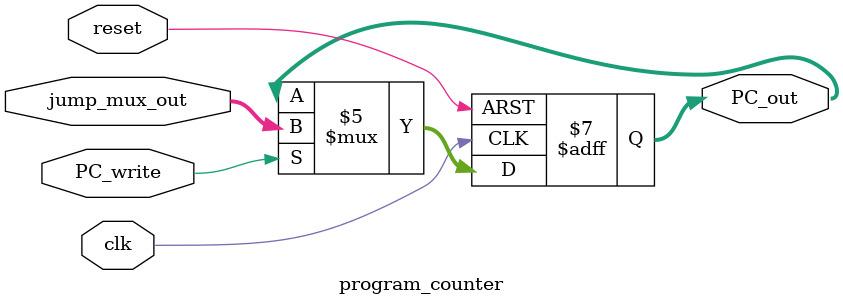
<source format=sv>
`timescale 1ns / 1ps


module program_counter #(parameter mem_size = 32) (
    input clk,
    input reset,
    input PC_write,     // signal to control PC operation 
    input [mem_size-1: 0] jump_mux_out,
    // Output
    output logic [mem_size-1 : 0] PC_out 
    );
    
    //logic [mem_size-1 : 0] Updated_PC = 32'd0;
    
    always_ff @ (posedge clk or negedge reset)
        begin
        if(!reset)
            PC_out <= 32'h00000000;
        
        else if(PC_write == 0)
            PC_out <= PC_out;
             
        else
            PC_out <= jump_mux_out;
        end

endmodule

</source>
